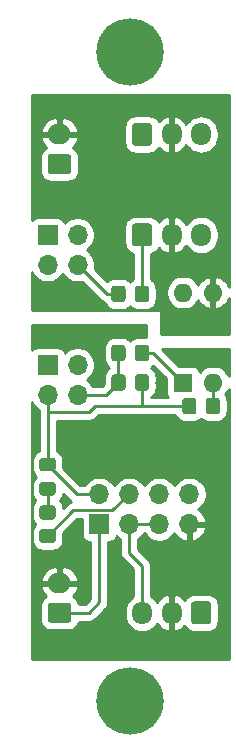
<source format=gtl>
G04 #@! TF.GenerationSoftware,KiCad,Pcbnew,5.1.9+dfsg1-1*
G04 #@! TF.CreationDate,2022-11-10T16:03:50+09:00*
G04 #@! TF.ProjectId,din-photocoupler,64696e2d-7068-46f7-946f-636f75706c65,rev?*
G04 #@! TF.SameCoordinates,Original*
G04 #@! TF.FileFunction,Copper,L1,Top*
G04 #@! TF.FilePolarity,Positive*
%FSLAX46Y46*%
G04 Gerber Fmt 4.6, Leading zero omitted, Abs format (unit mm)*
G04 Created by KiCad (PCBNEW 5.1.9+dfsg1-1) date 2022-11-10 16:03:50*
%MOMM*%
%LPD*%
G01*
G04 APERTURE LIST*
G04 #@! TA.AperFunction,ComponentPad*
%ADD10C,5.700000*%
G04 #@! TD*
G04 #@! TA.AperFunction,ComponentPad*
%ADD11O,2.000000X1.700000*%
G04 #@! TD*
G04 #@! TA.AperFunction,ComponentPad*
%ADD12O,1.700000X1.950000*%
G04 #@! TD*
G04 #@! TA.AperFunction,ComponentPad*
%ADD13R,1.700000X1.700000*%
G04 #@! TD*
G04 #@! TA.AperFunction,ComponentPad*
%ADD14O,1.700000X1.700000*%
G04 #@! TD*
G04 #@! TA.AperFunction,ComponentPad*
%ADD15R,1.600000X1.600000*%
G04 #@! TD*
G04 #@! TA.AperFunction,ComponentPad*
%ADD16O,1.600000X1.600000*%
G04 #@! TD*
G04 #@! TA.AperFunction,ViaPad*
%ADD17C,0.800000*%
G04 #@! TD*
G04 #@! TA.AperFunction,Conductor*
%ADD18C,0.250000*%
G04 #@! TD*
G04 #@! TA.AperFunction,Conductor*
%ADD19C,0.254000*%
G04 #@! TD*
G04 #@! TA.AperFunction,Conductor*
%ADD20C,0.100000*%
G04 #@! TD*
G04 APERTURE END LIST*
D10*
X155000000Y-115000000D03*
X155000000Y-60000000D03*
G04 #@! TA.AperFunction,SMDPad,CuDef*
G36*
G01*
X148450001Y-97575000D02*
X147549999Y-97575000D01*
G75*
G02*
X147300000Y-97325001I0J249999D01*
G01*
X147300000Y-96674999D01*
G75*
G02*
X147549999Y-96425000I249999J0D01*
G01*
X148450001Y-96425000D01*
G75*
G02*
X148700000Y-96674999I0J-249999D01*
G01*
X148700000Y-97325001D01*
G75*
G02*
X148450001Y-97575000I-249999J0D01*
G01*
G37*
G04 #@! TD.AperFunction*
G04 #@! TA.AperFunction,SMDPad,CuDef*
G36*
G01*
X148450001Y-95525000D02*
X147549999Y-95525000D01*
G75*
G02*
X147300000Y-95275001I0J249999D01*
G01*
X147300000Y-94624999D01*
G75*
G02*
X147549999Y-94375000I249999J0D01*
G01*
X148450001Y-94375000D01*
G75*
G02*
X148700000Y-94624999I0J-249999D01*
G01*
X148700000Y-95275001D01*
G75*
G02*
X148450001Y-95525000I-249999J0D01*
G01*
G37*
G04 #@! TD.AperFunction*
G04 #@! TA.AperFunction,ComponentPad*
G36*
G01*
X149750000Y-108350000D02*
X148250000Y-108350000D01*
G75*
G02*
X148000000Y-108100000I0J250000D01*
G01*
X148000000Y-106900000D01*
G75*
G02*
X148250000Y-106650000I250000J0D01*
G01*
X149750000Y-106650000D01*
G75*
G02*
X150000000Y-106900000I0J-250000D01*
G01*
X150000000Y-108100000D01*
G75*
G02*
X149750000Y-108350000I-250000J0D01*
G01*
G37*
G04 #@! TD.AperFunction*
D11*
X149000000Y-105000000D03*
D12*
X156000000Y-107500000D03*
X158500000Y-107500000D03*
G04 #@! TA.AperFunction,ComponentPad*
G36*
G01*
X161850000Y-106775000D02*
X161850000Y-108225000D01*
G75*
G02*
X161600000Y-108475000I-250000J0D01*
G01*
X160400000Y-108475000D01*
G75*
G02*
X160150000Y-108225000I0J250000D01*
G01*
X160150000Y-106775000D01*
G75*
G02*
X160400000Y-106525000I250000J0D01*
G01*
X161600000Y-106525000D01*
G75*
G02*
X161850000Y-106775000I0J-250000D01*
G01*
G37*
G04 #@! TD.AperFunction*
D13*
X152380000Y-100000000D03*
D14*
X152380000Y-97460000D03*
X154920000Y-100000000D03*
X154920000Y-97460000D03*
X157460000Y-100000000D03*
X157460000Y-97460000D03*
X160000000Y-100000000D03*
X160000000Y-97460000D03*
D13*
X148000000Y-86500000D03*
D14*
X150540000Y-86500000D03*
X148000000Y-89040000D03*
X150540000Y-89040000D03*
X150540000Y-78040000D03*
X148000000Y-78040000D03*
X150540000Y-75500000D03*
D13*
X148000000Y-75500000D03*
D11*
X149000000Y-67000000D03*
G04 #@! TA.AperFunction,ComponentPad*
G36*
G01*
X149750000Y-70350000D02*
X148250000Y-70350000D01*
G75*
G02*
X148000000Y-70100000I0J250000D01*
G01*
X148000000Y-68900000D01*
G75*
G02*
X148250000Y-68650000I250000J0D01*
G01*
X149750000Y-68650000D01*
G75*
G02*
X150000000Y-68900000I0J-250000D01*
G01*
X150000000Y-70100000D01*
G75*
G02*
X149750000Y-70350000I-250000J0D01*
G01*
G37*
G04 #@! TD.AperFunction*
G04 #@! TA.AperFunction,ComponentPad*
G36*
G01*
X155150000Y-67725000D02*
X155150000Y-66275000D01*
G75*
G02*
X155400000Y-66025000I250000J0D01*
G01*
X156600000Y-66025000D01*
G75*
G02*
X156850000Y-66275000I0J-250000D01*
G01*
X156850000Y-67725000D01*
G75*
G02*
X156600000Y-67975000I-250000J0D01*
G01*
X155400000Y-67975000D01*
G75*
G02*
X155150000Y-67725000I0J250000D01*
G01*
G37*
G04 #@! TD.AperFunction*
D12*
X158500000Y-67000000D03*
X161000000Y-67000000D03*
G04 #@! TA.AperFunction,SMDPad,CuDef*
G36*
G01*
X160600000Y-89549999D02*
X160600000Y-90450001D01*
G75*
G02*
X160350001Y-90700000I-249999J0D01*
G01*
X159649999Y-90700000D01*
G75*
G02*
X159400000Y-90450001I0J249999D01*
G01*
X159400000Y-89549999D01*
G75*
G02*
X159649999Y-89300000I249999J0D01*
G01*
X160350001Y-89300000D01*
G75*
G02*
X160600000Y-89549999I0J-249999D01*
G01*
G37*
G04 #@! TD.AperFunction*
G04 #@! TA.AperFunction,SMDPad,CuDef*
G36*
G01*
X162600000Y-89549999D02*
X162600000Y-90450001D01*
G75*
G02*
X162350001Y-90700000I-249999J0D01*
G01*
X161649999Y-90700000D01*
G75*
G02*
X161400000Y-90450001I0J249999D01*
G01*
X161400000Y-89549999D01*
G75*
G02*
X161649999Y-89300000I249999J0D01*
G01*
X162350001Y-89300000D01*
G75*
G02*
X162600000Y-89549999I0J-249999D01*
G01*
G37*
G04 #@! TD.AperFunction*
G04 #@! TA.AperFunction,SMDPad,CuDef*
G36*
G01*
X148450001Y-101600000D02*
X147549999Y-101600000D01*
G75*
G02*
X147300000Y-101350001I0J249999D01*
G01*
X147300000Y-100649999D01*
G75*
G02*
X147549999Y-100400000I249999J0D01*
G01*
X148450001Y-100400000D01*
G75*
G02*
X148700000Y-100649999I0J-249999D01*
G01*
X148700000Y-101350001D01*
G75*
G02*
X148450001Y-101600000I-249999J0D01*
G01*
G37*
G04 #@! TD.AperFunction*
G04 #@! TA.AperFunction,SMDPad,CuDef*
G36*
G01*
X148450001Y-99600000D02*
X147549999Y-99600000D01*
G75*
G02*
X147300000Y-99350001I0J249999D01*
G01*
X147300000Y-98649999D01*
G75*
G02*
X147549999Y-98400000I249999J0D01*
G01*
X148450001Y-98400000D01*
G75*
G02*
X148700000Y-98649999I0J-249999D01*
G01*
X148700000Y-99350001D01*
G75*
G02*
X148450001Y-99600000I-249999J0D01*
G01*
G37*
G04 #@! TD.AperFunction*
G04 #@! TA.AperFunction,SMDPad,CuDef*
G36*
G01*
X154600000Y-87549999D02*
X154600000Y-88450001D01*
G75*
G02*
X154350001Y-88700000I-249999J0D01*
G01*
X153649999Y-88700000D01*
G75*
G02*
X153400000Y-88450001I0J249999D01*
G01*
X153400000Y-87549999D01*
G75*
G02*
X153649999Y-87300000I249999J0D01*
G01*
X154350001Y-87300000D01*
G75*
G02*
X154600000Y-87549999I0J-249999D01*
G01*
G37*
G04 #@! TD.AperFunction*
G04 #@! TA.AperFunction,SMDPad,CuDef*
G36*
G01*
X156600000Y-87549999D02*
X156600000Y-88450001D01*
G75*
G02*
X156350001Y-88700000I-249999J0D01*
G01*
X155649999Y-88700000D01*
G75*
G02*
X155400000Y-88450001I0J249999D01*
G01*
X155400000Y-87549999D01*
G75*
G02*
X155649999Y-87300000I249999J0D01*
G01*
X156350001Y-87300000D01*
G75*
G02*
X156600000Y-87549999I0J-249999D01*
G01*
G37*
G04 #@! TD.AperFunction*
G04 #@! TA.AperFunction,SMDPad,CuDef*
G36*
G01*
X156600000Y-85049999D02*
X156600000Y-85950001D01*
G75*
G02*
X156350001Y-86200000I-249999J0D01*
G01*
X155649999Y-86200000D01*
G75*
G02*
X155400000Y-85950001I0J249999D01*
G01*
X155400000Y-85049999D01*
G75*
G02*
X155649999Y-84800000I249999J0D01*
G01*
X156350001Y-84800000D01*
G75*
G02*
X156600000Y-85049999I0J-249999D01*
G01*
G37*
G04 #@! TD.AperFunction*
G04 #@! TA.AperFunction,SMDPad,CuDef*
G36*
G01*
X154600000Y-85049999D02*
X154600000Y-85950001D01*
G75*
G02*
X154350001Y-86200000I-249999J0D01*
G01*
X153649999Y-86200000D01*
G75*
G02*
X153400000Y-85950001I0J249999D01*
G01*
X153400000Y-85049999D01*
G75*
G02*
X153649999Y-84800000I249999J0D01*
G01*
X154350001Y-84800000D01*
G75*
G02*
X154600000Y-85049999I0J-249999D01*
G01*
G37*
G04 #@! TD.AperFunction*
G04 #@! TA.AperFunction,SMDPad,CuDef*
G36*
G01*
X153400000Y-80950001D02*
X153400000Y-80049999D01*
G75*
G02*
X153649999Y-79800000I249999J0D01*
G01*
X154350001Y-79800000D01*
G75*
G02*
X154600000Y-80049999I0J-249999D01*
G01*
X154600000Y-80950001D01*
G75*
G02*
X154350001Y-81200000I-249999J0D01*
G01*
X153649999Y-81200000D01*
G75*
G02*
X153400000Y-80950001I0J249999D01*
G01*
G37*
G04 #@! TD.AperFunction*
G04 #@! TA.AperFunction,SMDPad,CuDef*
G36*
G01*
X155400000Y-80950001D02*
X155400000Y-80049999D01*
G75*
G02*
X155649999Y-79800000I249999J0D01*
G01*
X156350001Y-79800000D01*
G75*
G02*
X156600000Y-80049999I0J-249999D01*
G01*
X156600000Y-80950001D01*
G75*
G02*
X156350001Y-81200000I-249999J0D01*
G01*
X155649999Y-81200000D01*
G75*
G02*
X155400000Y-80950001I0J249999D01*
G01*
G37*
G04 #@! TD.AperFunction*
D15*
X159460000Y-88000000D03*
D16*
X162000000Y-80380000D03*
X162000000Y-88000000D03*
X159460000Y-80380000D03*
G04 #@! TA.AperFunction,ComponentPad*
G36*
G01*
X155150000Y-76225000D02*
X155150000Y-74775000D01*
G75*
G02*
X155400000Y-74525000I250000J0D01*
G01*
X156600000Y-74525000D01*
G75*
G02*
X156850000Y-74775000I0J-250000D01*
G01*
X156850000Y-76225000D01*
G75*
G02*
X156600000Y-76475000I-250000J0D01*
G01*
X155400000Y-76475000D01*
G75*
G02*
X155150000Y-76225000I0J250000D01*
G01*
G37*
G04 #@! TD.AperFunction*
D12*
X158500000Y-75500000D03*
X161000000Y-75500000D03*
D17*
X149500000Y-98000000D03*
X147000000Y-84000000D03*
X161000000Y-86000000D03*
X157500000Y-88000000D03*
D18*
X148000000Y-97000000D02*
X148000000Y-99000000D01*
X148000000Y-94950000D02*
X148000000Y-95000000D01*
X150460000Y-97460000D02*
X152380000Y-97460000D01*
X148000000Y-95000000D02*
X150460000Y-97460000D01*
X148000000Y-94950000D02*
X148000000Y-90500000D01*
X148000000Y-90500000D02*
X148000000Y-89040000D01*
X158000000Y-90000000D02*
X160000000Y-90000000D01*
X152000000Y-90000000D02*
X151500000Y-90500000D01*
X151500000Y-90500000D02*
X148000000Y-90500000D01*
X156000000Y-88000000D02*
X156000000Y-90000000D01*
X156000000Y-90000000D02*
X152000000Y-90000000D01*
X158000000Y-90000000D02*
X156000000Y-90000000D01*
X156960000Y-85500000D02*
X159460000Y-88000000D01*
X156000000Y-85500000D02*
X156960000Y-85500000D01*
X152380000Y-100000000D02*
X152380000Y-106620000D01*
X151500000Y-107500000D02*
X149000000Y-107500000D01*
X152380000Y-106620000D02*
X151500000Y-107500000D01*
X154920000Y-100000000D02*
X157460000Y-100000000D01*
X154920000Y-100000000D02*
X154920000Y-102420000D01*
X156000000Y-103500000D02*
X156000000Y-107500000D01*
X154920000Y-102420000D02*
X156000000Y-103500000D01*
X162000000Y-88160000D02*
X162040000Y-88120000D01*
X148000000Y-101000000D02*
X150175001Y-98824999D01*
X154855000Y-97460000D02*
X154920000Y-97460000D01*
X153490001Y-98824999D02*
X154855000Y-97460000D01*
X150175001Y-98824999D02*
X153490001Y-98824999D01*
X162000000Y-90000000D02*
X162000000Y-88000000D01*
X152960000Y-89040000D02*
X154000000Y-88000000D01*
X150540000Y-89040000D02*
X152960000Y-89040000D01*
X154000000Y-88000000D02*
X154000000Y-85500000D01*
X153000000Y-80500000D02*
X154000000Y-80500000D01*
X150540000Y-78040000D02*
X153000000Y-80500000D01*
X156000000Y-80500000D02*
X156000000Y-75500000D01*
D19*
X163340000Y-79886003D02*
X163297070Y-79766119D01*
X163152385Y-79524869D01*
X162963414Y-79316481D01*
X162737420Y-79148963D01*
X162483087Y-79028754D01*
X162349039Y-78988096D01*
X162127000Y-79110085D01*
X162127000Y-80253000D01*
X162147000Y-80253000D01*
X162147000Y-80507000D01*
X162127000Y-80507000D01*
X162127000Y-81649915D01*
X162349039Y-81771904D01*
X162483087Y-81731246D01*
X162737420Y-81611037D01*
X162963414Y-81443519D01*
X163152385Y-81235131D01*
X163297070Y-80993881D01*
X163340000Y-80873997D01*
X163340000Y-83873000D01*
X157627000Y-83873000D01*
X157627000Y-82000000D01*
X157624560Y-81975224D01*
X157617333Y-81951399D01*
X157605597Y-81929443D01*
X157589803Y-81910197D01*
X157570557Y-81894403D01*
X157548601Y-81882667D01*
X157524776Y-81875440D01*
X157500000Y-81873000D01*
X146660000Y-81873000D01*
X146660000Y-78685445D01*
X146684010Y-78743411D01*
X146846525Y-78986632D01*
X147053368Y-79193475D01*
X147296589Y-79355990D01*
X147566842Y-79467932D01*
X147853740Y-79525000D01*
X148146260Y-79525000D01*
X148433158Y-79467932D01*
X148703411Y-79355990D01*
X148946632Y-79193475D01*
X149153475Y-78986632D01*
X149270000Y-78812240D01*
X149386525Y-78986632D01*
X149593368Y-79193475D01*
X149836589Y-79355990D01*
X150106842Y-79467932D01*
X150393740Y-79525000D01*
X150686260Y-79525000D01*
X150906408Y-79481209D01*
X152436201Y-81011003D01*
X152459999Y-81040001D01*
X152575724Y-81134974D01*
X152707753Y-81205546D01*
X152813704Y-81237685D01*
X152829528Y-81289851D01*
X152911595Y-81443387D01*
X153022038Y-81577962D01*
X153156613Y-81688405D01*
X153310149Y-81770472D01*
X153476745Y-81821008D01*
X153649999Y-81838072D01*
X154350001Y-81838072D01*
X154523255Y-81821008D01*
X154689851Y-81770472D01*
X154843387Y-81688405D01*
X154977962Y-81577962D01*
X155000000Y-81551109D01*
X155022038Y-81577962D01*
X155156613Y-81688405D01*
X155310149Y-81770472D01*
X155476745Y-81821008D01*
X155649999Y-81838072D01*
X156350001Y-81838072D01*
X156523255Y-81821008D01*
X156689851Y-81770472D01*
X156843387Y-81688405D01*
X156977962Y-81577962D01*
X157088405Y-81443387D01*
X157170472Y-81289851D01*
X157221008Y-81123255D01*
X157238072Y-80950001D01*
X157238072Y-80238665D01*
X158025000Y-80238665D01*
X158025000Y-80521335D01*
X158080147Y-80798574D01*
X158188320Y-81059727D01*
X158345363Y-81294759D01*
X158545241Y-81494637D01*
X158780273Y-81651680D01*
X159041426Y-81759853D01*
X159318665Y-81815000D01*
X159601335Y-81815000D01*
X159878574Y-81759853D01*
X160139727Y-81651680D01*
X160374759Y-81494637D01*
X160574637Y-81294759D01*
X160731680Y-81059727D01*
X160736067Y-81049135D01*
X160847615Y-81235131D01*
X161036586Y-81443519D01*
X161262580Y-81611037D01*
X161516913Y-81731246D01*
X161650961Y-81771904D01*
X161873000Y-81649915D01*
X161873000Y-80507000D01*
X161853000Y-80507000D01*
X161853000Y-80253000D01*
X161873000Y-80253000D01*
X161873000Y-79110085D01*
X161650961Y-78988096D01*
X161516913Y-79028754D01*
X161262580Y-79148963D01*
X161036586Y-79316481D01*
X160847615Y-79524869D01*
X160736067Y-79710865D01*
X160731680Y-79700273D01*
X160574637Y-79465241D01*
X160374759Y-79265363D01*
X160139727Y-79108320D01*
X159878574Y-79000147D01*
X159601335Y-78945000D01*
X159318665Y-78945000D01*
X159041426Y-79000147D01*
X158780273Y-79108320D01*
X158545241Y-79265363D01*
X158345363Y-79465241D01*
X158188320Y-79700273D01*
X158080147Y-79961426D01*
X158025000Y-80238665D01*
X157238072Y-80238665D01*
X157238072Y-80049999D01*
X157221008Y-79876745D01*
X157170472Y-79710149D01*
X157088405Y-79556613D01*
X156977962Y-79422038D01*
X156843387Y-79311595D01*
X156760000Y-79267024D01*
X156760000Y-77097313D01*
X156773254Y-77096008D01*
X156939850Y-77045472D01*
X157093386Y-76963405D01*
X157227962Y-76852962D01*
X157338405Y-76718386D01*
X157394714Y-76613039D01*
X157410951Y-76634429D01*
X157628807Y-76827496D01*
X157880142Y-76974352D01*
X158143110Y-77066476D01*
X158373000Y-76945155D01*
X158373000Y-75627000D01*
X158353000Y-75627000D01*
X158353000Y-75373000D01*
X158373000Y-75373000D01*
X158373000Y-74054845D01*
X158627000Y-74054845D01*
X158627000Y-75373000D01*
X158647000Y-75373000D01*
X158647000Y-75627000D01*
X158627000Y-75627000D01*
X158627000Y-76945155D01*
X158856890Y-77066476D01*
X159119858Y-76974352D01*
X159371193Y-76827496D01*
X159589049Y-76634429D01*
X159745538Y-76428278D01*
X159759294Y-76454014D01*
X159944866Y-76680134D01*
X160170987Y-76865706D01*
X160428967Y-77003599D01*
X160708890Y-77088513D01*
X161000000Y-77117185D01*
X161291111Y-77088513D01*
X161571034Y-77003599D01*
X161829014Y-76865706D01*
X162055134Y-76680134D01*
X162240706Y-76454014D01*
X162378599Y-76196033D01*
X162463513Y-75916110D01*
X162485000Y-75697949D01*
X162485000Y-75302050D01*
X162463513Y-75083889D01*
X162378599Y-74803966D01*
X162240706Y-74545986D01*
X162055134Y-74319866D01*
X161829013Y-74134294D01*
X161571033Y-73996401D01*
X161291110Y-73911487D01*
X161000000Y-73882815D01*
X160708889Y-73911487D01*
X160428966Y-73996401D01*
X160170986Y-74134294D01*
X159944866Y-74319866D01*
X159759294Y-74545987D01*
X159745538Y-74571722D01*
X159589049Y-74365571D01*
X159371193Y-74172504D01*
X159119858Y-74025648D01*
X158856890Y-73933524D01*
X158627000Y-74054845D01*
X158373000Y-74054845D01*
X158143110Y-73933524D01*
X157880142Y-74025648D01*
X157628807Y-74172504D01*
X157410951Y-74365571D01*
X157394714Y-74386961D01*
X157338405Y-74281614D01*
X157227962Y-74147038D01*
X157093386Y-74036595D01*
X156939850Y-73954528D01*
X156773254Y-73903992D01*
X156600000Y-73886928D01*
X155400000Y-73886928D01*
X155226746Y-73903992D01*
X155060150Y-73954528D01*
X154906614Y-74036595D01*
X154772038Y-74147038D01*
X154661595Y-74281614D01*
X154579528Y-74435150D01*
X154528992Y-74601746D01*
X154511928Y-74775000D01*
X154511928Y-76225000D01*
X154528992Y-76398254D01*
X154579528Y-76564850D01*
X154661595Y-76718386D01*
X154772038Y-76852962D01*
X154906614Y-76963405D01*
X155060150Y-77045472D01*
X155226746Y-77096008D01*
X155240001Y-77097313D01*
X155240000Y-79267023D01*
X155156613Y-79311595D01*
X155022038Y-79422038D01*
X155000000Y-79448891D01*
X154977962Y-79422038D01*
X154843387Y-79311595D01*
X154689851Y-79229528D01*
X154523255Y-79178992D01*
X154350001Y-79161928D01*
X153649999Y-79161928D01*
X153476745Y-79178992D01*
X153310149Y-79229528D01*
X153156613Y-79311595D01*
X153022038Y-79422038D01*
X153010680Y-79435878D01*
X151981209Y-78406408D01*
X152025000Y-78186260D01*
X152025000Y-77893740D01*
X151967932Y-77606842D01*
X151855990Y-77336589D01*
X151693475Y-77093368D01*
X151486632Y-76886525D01*
X151312240Y-76770000D01*
X151486632Y-76653475D01*
X151693475Y-76446632D01*
X151855990Y-76203411D01*
X151967932Y-75933158D01*
X152025000Y-75646260D01*
X152025000Y-75353740D01*
X151967932Y-75066842D01*
X151855990Y-74796589D01*
X151693475Y-74553368D01*
X151486632Y-74346525D01*
X151243411Y-74184010D01*
X150973158Y-74072068D01*
X150686260Y-74015000D01*
X150393740Y-74015000D01*
X150106842Y-74072068D01*
X149836589Y-74184010D01*
X149593368Y-74346525D01*
X149461513Y-74478380D01*
X149439502Y-74405820D01*
X149380537Y-74295506D01*
X149301185Y-74198815D01*
X149204494Y-74119463D01*
X149094180Y-74060498D01*
X148974482Y-74024188D01*
X148850000Y-74011928D01*
X147150000Y-74011928D01*
X147025518Y-74024188D01*
X146905820Y-74060498D01*
X146795506Y-74119463D01*
X146698815Y-74198815D01*
X146660000Y-74246111D01*
X146660000Y-68900000D01*
X147361928Y-68900000D01*
X147361928Y-70100000D01*
X147378992Y-70273254D01*
X147429528Y-70439850D01*
X147511595Y-70593386D01*
X147622038Y-70727962D01*
X147756614Y-70838405D01*
X147910150Y-70920472D01*
X148076746Y-70971008D01*
X148250000Y-70988072D01*
X149750000Y-70988072D01*
X149923254Y-70971008D01*
X150089850Y-70920472D01*
X150243386Y-70838405D01*
X150377962Y-70727962D01*
X150488405Y-70593386D01*
X150570472Y-70439850D01*
X150621008Y-70273254D01*
X150638072Y-70100000D01*
X150638072Y-68900000D01*
X150621008Y-68726746D01*
X150570472Y-68560150D01*
X150488405Y-68406614D01*
X150377962Y-68272038D01*
X150243386Y-68161595D01*
X150141407Y-68107086D01*
X150141795Y-68106802D01*
X150338664Y-67892046D01*
X150489854Y-67643009D01*
X150589554Y-67369261D01*
X150591476Y-67356890D01*
X150470155Y-67127000D01*
X149127000Y-67127000D01*
X149127000Y-67147000D01*
X148873000Y-67147000D01*
X148873000Y-67127000D01*
X147529845Y-67127000D01*
X147408524Y-67356890D01*
X147410446Y-67369261D01*
X147510146Y-67643009D01*
X147661336Y-67892046D01*
X147858205Y-68106802D01*
X147858593Y-68107086D01*
X147756614Y-68161595D01*
X147622038Y-68272038D01*
X147511595Y-68406614D01*
X147429528Y-68560150D01*
X147378992Y-68726746D01*
X147361928Y-68900000D01*
X146660000Y-68900000D01*
X146660000Y-66643110D01*
X147408524Y-66643110D01*
X147529845Y-66873000D01*
X148873000Y-66873000D01*
X148873000Y-65672768D01*
X149127000Y-65672768D01*
X149127000Y-66873000D01*
X150470155Y-66873000D01*
X150591476Y-66643110D01*
X150589554Y-66630739D01*
X150489854Y-66356991D01*
X150440078Y-66275000D01*
X154511928Y-66275000D01*
X154511928Y-67725000D01*
X154528992Y-67898254D01*
X154579528Y-68064850D01*
X154661595Y-68218386D01*
X154772038Y-68352962D01*
X154906614Y-68463405D01*
X155060150Y-68545472D01*
X155226746Y-68596008D01*
X155400000Y-68613072D01*
X156600000Y-68613072D01*
X156773254Y-68596008D01*
X156939850Y-68545472D01*
X157093386Y-68463405D01*
X157227962Y-68352962D01*
X157338405Y-68218386D01*
X157394714Y-68113039D01*
X157410951Y-68134429D01*
X157628807Y-68327496D01*
X157880142Y-68474352D01*
X158143110Y-68566476D01*
X158373000Y-68445155D01*
X158373000Y-67127000D01*
X158353000Y-67127000D01*
X158353000Y-66873000D01*
X158373000Y-66873000D01*
X158373000Y-65554845D01*
X158627000Y-65554845D01*
X158627000Y-66873000D01*
X158647000Y-66873000D01*
X158647000Y-67127000D01*
X158627000Y-67127000D01*
X158627000Y-68445155D01*
X158856890Y-68566476D01*
X159119858Y-68474352D01*
X159371193Y-68327496D01*
X159589049Y-68134429D01*
X159745538Y-67928278D01*
X159759294Y-67954014D01*
X159944866Y-68180134D01*
X160170987Y-68365706D01*
X160428967Y-68503599D01*
X160708890Y-68588513D01*
X161000000Y-68617185D01*
X161291111Y-68588513D01*
X161571034Y-68503599D01*
X161829014Y-68365706D01*
X162055134Y-68180134D01*
X162240706Y-67954014D01*
X162378599Y-67696033D01*
X162463513Y-67416110D01*
X162485000Y-67197949D01*
X162485000Y-66802050D01*
X162463513Y-66583889D01*
X162378599Y-66303966D01*
X162240706Y-66045986D01*
X162055134Y-65819866D01*
X161829013Y-65634294D01*
X161571033Y-65496401D01*
X161291110Y-65411487D01*
X161000000Y-65382815D01*
X160708889Y-65411487D01*
X160428966Y-65496401D01*
X160170986Y-65634294D01*
X159944866Y-65819866D01*
X159759294Y-66045987D01*
X159745538Y-66071722D01*
X159589049Y-65865571D01*
X159371193Y-65672504D01*
X159119858Y-65525648D01*
X158856890Y-65433524D01*
X158627000Y-65554845D01*
X158373000Y-65554845D01*
X158143110Y-65433524D01*
X157880142Y-65525648D01*
X157628807Y-65672504D01*
X157410951Y-65865571D01*
X157394714Y-65886961D01*
X157338405Y-65781614D01*
X157227962Y-65647038D01*
X157093386Y-65536595D01*
X156939850Y-65454528D01*
X156773254Y-65403992D01*
X156600000Y-65386928D01*
X155400000Y-65386928D01*
X155226746Y-65403992D01*
X155060150Y-65454528D01*
X154906614Y-65536595D01*
X154772038Y-65647038D01*
X154661595Y-65781614D01*
X154579528Y-65935150D01*
X154528992Y-66101746D01*
X154511928Y-66275000D01*
X150440078Y-66275000D01*
X150338664Y-66107954D01*
X150141795Y-65893198D01*
X149906812Y-65720975D01*
X149642745Y-65597904D01*
X149359742Y-65528715D01*
X149127000Y-65672768D01*
X148873000Y-65672768D01*
X148640258Y-65528715D01*
X148357255Y-65597904D01*
X148093188Y-65720975D01*
X147858205Y-65893198D01*
X147661336Y-66107954D01*
X147510146Y-66356991D01*
X147410446Y-66630739D01*
X147408524Y-66643110D01*
X146660000Y-66643110D01*
X146660000Y-63627000D01*
X163340000Y-63627000D01*
X163340000Y-79886003D01*
G04 #@! TA.AperFunction,Conductor*
D20*
G36*
X163340000Y-79886003D02*
G01*
X163297070Y-79766119D01*
X163152385Y-79524869D01*
X162963414Y-79316481D01*
X162737420Y-79148963D01*
X162483087Y-79028754D01*
X162349039Y-78988096D01*
X162127000Y-79110085D01*
X162127000Y-80253000D01*
X162147000Y-80253000D01*
X162147000Y-80507000D01*
X162127000Y-80507000D01*
X162127000Y-81649915D01*
X162349039Y-81771904D01*
X162483087Y-81731246D01*
X162737420Y-81611037D01*
X162963414Y-81443519D01*
X163152385Y-81235131D01*
X163297070Y-80993881D01*
X163340000Y-80873997D01*
X163340000Y-83873000D01*
X157627000Y-83873000D01*
X157627000Y-82000000D01*
X157624560Y-81975224D01*
X157617333Y-81951399D01*
X157605597Y-81929443D01*
X157589803Y-81910197D01*
X157570557Y-81894403D01*
X157548601Y-81882667D01*
X157524776Y-81875440D01*
X157500000Y-81873000D01*
X146660000Y-81873000D01*
X146660000Y-78685445D01*
X146684010Y-78743411D01*
X146846525Y-78986632D01*
X147053368Y-79193475D01*
X147296589Y-79355990D01*
X147566842Y-79467932D01*
X147853740Y-79525000D01*
X148146260Y-79525000D01*
X148433158Y-79467932D01*
X148703411Y-79355990D01*
X148946632Y-79193475D01*
X149153475Y-78986632D01*
X149270000Y-78812240D01*
X149386525Y-78986632D01*
X149593368Y-79193475D01*
X149836589Y-79355990D01*
X150106842Y-79467932D01*
X150393740Y-79525000D01*
X150686260Y-79525000D01*
X150906408Y-79481209D01*
X152436201Y-81011003D01*
X152459999Y-81040001D01*
X152575724Y-81134974D01*
X152707753Y-81205546D01*
X152813704Y-81237685D01*
X152829528Y-81289851D01*
X152911595Y-81443387D01*
X153022038Y-81577962D01*
X153156613Y-81688405D01*
X153310149Y-81770472D01*
X153476745Y-81821008D01*
X153649999Y-81838072D01*
X154350001Y-81838072D01*
X154523255Y-81821008D01*
X154689851Y-81770472D01*
X154843387Y-81688405D01*
X154977962Y-81577962D01*
X155000000Y-81551109D01*
X155022038Y-81577962D01*
X155156613Y-81688405D01*
X155310149Y-81770472D01*
X155476745Y-81821008D01*
X155649999Y-81838072D01*
X156350001Y-81838072D01*
X156523255Y-81821008D01*
X156689851Y-81770472D01*
X156843387Y-81688405D01*
X156977962Y-81577962D01*
X157088405Y-81443387D01*
X157170472Y-81289851D01*
X157221008Y-81123255D01*
X157238072Y-80950001D01*
X157238072Y-80238665D01*
X158025000Y-80238665D01*
X158025000Y-80521335D01*
X158080147Y-80798574D01*
X158188320Y-81059727D01*
X158345363Y-81294759D01*
X158545241Y-81494637D01*
X158780273Y-81651680D01*
X159041426Y-81759853D01*
X159318665Y-81815000D01*
X159601335Y-81815000D01*
X159878574Y-81759853D01*
X160139727Y-81651680D01*
X160374759Y-81494637D01*
X160574637Y-81294759D01*
X160731680Y-81059727D01*
X160736067Y-81049135D01*
X160847615Y-81235131D01*
X161036586Y-81443519D01*
X161262580Y-81611037D01*
X161516913Y-81731246D01*
X161650961Y-81771904D01*
X161873000Y-81649915D01*
X161873000Y-80507000D01*
X161853000Y-80507000D01*
X161853000Y-80253000D01*
X161873000Y-80253000D01*
X161873000Y-79110085D01*
X161650961Y-78988096D01*
X161516913Y-79028754D01*
X161262580Y-79148963D01*
X161036586Y-79316481D01*
X160847615Y-79524869D01*
X160736067Y-79710865D01*
X160731680Y-79700273D01*
X160574637Y-79465241D01*
X160374759Y-79265363D01*
X160139727Y-79108320D01*
X159878574Y-79000147D01*
X159601335Y-78945000D01*
X159318665Y-78945000D01*
X159041426Y-79000147D01*
X158780273Y-79108320D01*
X158545241Y-79265363D01*
X158345363Y-79465241D01*
X158188320Y-79700273D01*
X158080147Y-79961426D01*
X158025000Y-80238665D01*
X157238072Y-80238665D01*
X157238072Y-80049999D01*
X157221008Y-79876745D01*
X157170472Y-79710149D01*
X157088405Y-79556613D01*
X156977962Y-79422038D01*
X156843387Y-79311595D01*
X156760000Y-79267024D01*
X156760000Y-77097313D01*
X156773254Y-77096008D01*
X156939850Y-77045472D01*
X157093386Y-76963405D01*
X157227962Y-76852962D01*
X157338405Y-76718386D01*
X157394714Y-76613039D01*
X157410951Y-76634429D01*
X157628807Y-76827496D01*
X157880142Y-76974352D01*
X158143110Y-77066476D01*
X158373000Y-76945155D01*
X158373000Y-75627000D01*
X158353000Y-75627000D01*
X158353000Y-75373000D01*
X158373000Y-75373000D01*
X158373000Y-74054845D01*
X158627000Y-74054845D01*
X158627000Y-75373000D01*
X158647000Y-75373000D01*
X158647000Y-75627000D01*
X158627000Y-75627000D01*
X158627000Y-76945155D01*
X158856890Y-77066476D01*
X159119858Y-76974352D01*
X159371193Y-76827496D01*
X159589049Y-76634429D01*
X159745538Y-76428278D01*
X159759294Y-76454014D01*
X159944866Y-76680134D01*
X160170987Y-76865706D01*
X160428967Y-77003599D01*
X160708890Y-77088513D01*
X161000000Y-77117185D01*
X161291111Y-77088513D01*
X161571034Y-77003599D01*
X161829014Y-76865706D01*
X162055134Y-76680134D01*
X162240706Y-76454014D01*
X162378599Y-76196033D01*
X162463513Y-75916110D01*
X162485000Y-75697949D01*
X162485000Y-75302050D01*
X162463513Y-75083889D01*
X162378599Y-74803966D01*
X162240706Y-74545986D01*
X162055134Y-74319866D01*
X161829013Y-74134294D01*
X161571033Y-73996401D01*
X161291110Y-73911487D01*
X161000000Y-73882815D01*
X160708889Y-73911487D01*
X160428966Y-73996401D01*
X160170986Y-74134294D01*
X159944866Y-74319866D01*
X159759294Y-74545987D01*
X159745538Y-74571722D01*
X159589049Y-74365571D01*
X159371193Y-74172504D01*
X159119858Y-74025648D01*
X158856890Y-73933524D01*
X158627000Y-74054845D01*
X158373000Y-74054845D01*
X158143110Y-73933524D01*
X157880142Y-74025648D01*
X157628807Y-74172504D01*
X157410951Y-74365571D01*
X157394714Y-74386961D01*
X157338405Y-74281614D01*
X157227962Y-74147038D01*
X157093386Y-74036595D01*
X156939850Y-73954528D01*
X156773254Y-73903992D01*
X156600000Y-73886928D01*
X155400000Y-73886928D01*
X155226746Y-73903992D01*
X155060150Y-73954528D01*
X154906614Y-74036595D01*
X154772038Y-74147038D01*
X154661595Y-74281614D01*
X154579528Y-74435150D01*
X154528992Y-74601746D01*
X154511928Y-74775000D01*
X154511928Y-76225000D01*
X154528992Y-76398254D01*
X154579528Y-76564850D01*
X154661595Y-76718386D01*
X154772038Y-76852962D01*
X154906614Y-76963405D01*
X155060150Y-77045472D01*
X155226746Y-77096008D01*
X155240001Y-77097313D01*
X155240000Y-79267023D01*
X155156613Y-79311595D01*
X155022038Y-79422038D01*
X155000000Y-79448891D01*
X154977962Y-79422038D01*
X154843387Y-79311595D01*
X154689851Y-79229528D01*
X154523255Y-79178992D01*
X154350001Y-79161928D01*
X153649999Y-79161928D01*
X153476745Y-79178992D01*
X153310149Y-79229528D01*
X153156613Y-79311595D01*
X153022038Y-79422038D01*
X153010680Y-79435878D01*
X151981209Y-78406408D01*
X152025000Y-78186260D01*
X152025000Y-77893740D01*
X151967932Y-77606842D01*
X151855990Y-77336589D01*
X151693475Y-77093368D01*
X151486632Y-76886525D01*
X151312240Y-76770000D01*
X151486632Y-76653475D01*
X151693475Y-76446632D01*
X151855990Y-76203411D01*
X151967932Y-75933158D01*
X152025000Y-75646260D01*
X152025000Y-75353740D01*
X151967932Y-75066842D01*
X151855990Y-74796589D01*
X151693475Y-74553368D01*
X151486632Y-74346525D01*
X151243411Y-74184010D01*
X150973158Y-74072068D01*
X150686260Y-74015000D01*
X150393740Y-74015000D01*
X150106842Y-74072068D01*
X149836589Y-74184010D01*
X149593368Y-74346525D01*
X149461513Y-74478380D01*
X149439502Y-74405820D01*
X149380537Y-74295506D01*
X149301185Y-74198815D01*
X149204494Y-74119463D01*
X149094180Y-74060498D01*
X148974482Y-74024188D01*
X148850000Y-74011928D01*
X147150000Y-74011928D01*
X147025518Y-74024188D01*
X146905820Y-74060498D01*
X146795506Y-74119463D01*
X146698815Y-74198815D01*
X146660000Y-74246111D01*
X146660000Y-68900000D01*
X147361928Y-68900000D01*
X147361928Y-70100000D01*
X147378992Y-70273254D01*
X147429528Y-70439850D01*
X147511595Y-70593386D01*
X147622038Y-70727962D01*
X147756614Y-70838405D01*
X147910150Y-70920472D01*
X148076746Y-70971008D01*
X148250000Y-70988072D01*
X149750000Y-70988072D01*
X149923254Y-70971008D01*
X150089850Y-70920472D01*
X150243386Y-70838405D01*
X150377962Y-70727962D01*
X150488405Y-70593386D01*
X150570472Y-70439850D01*
X150621008Y-70273254D01*
X150638072Y-70100000D01*
X150638072Y-68900000D01*
X150621008Y-68726746D01*
X150570472Y-68560150D01*
X150488405Y-68406614D01*
X150377962Y-68272038D01*
X150243386Y-68161595D01*
X150141407Y-68107086D01*
X150141795Y-68106802D01*
X150338664Y-67892046D01*
X150489854Y-67643009D01*
X150589554Y-67369261D01*
X150591476Y-67356890D01*
X150470155Y-67127000D01*
X149127000Y-67127000D01*
X149127000Y-67147000D01*
X148873000Y-67147000D01*
X148873000Y-67127000D01*
X147529845Y-67127000D01*
X147408524Y-67356890D01*
X147410446Y-67369261D01*
X147510146Y-67643009D01*
X147661336Y-67892046D01*
X147858205Y-68106802D01*
X147858593Y-68107086D01*
X147756614Y-68161595D01*
X147622038Y-68272038D01*
X147511595Y-68406614D01*
X147429528Y-68560150D01*
X147378992Y-68726746D01*
X147361928Y-68900000D01*
X146660000Y-68900000D01*
X146660000Y-66643110D01*
X147408524Y-66643110D01*
X147529845Y-66873000D01*
X148873000Y-66873000D01*
X148873000Y-65672768D01*
X149127000Y-65672768D01*
X149127000Y-66873000D01*
X150470155Y-66873000D01*
X150591476Y-66643110D01*
X150589554Y-66630739D01*
X150489854Y-66356991D01*
X150440078Y-66275000D01*
X154511928Y-66275000D01*
X154511928Y-67725000D01*
X154528992Y-67898254D01*
X154579528Y-68064850D01*
X154661595Y-68218386D01*
X154772038Y-68352962D01*
X154906614Y-68463405D01*
X155060150Y-68545472D01*
X155226746Y-68596008D01*
X155400000Y-68613072D01*
X156600000Y-68613072D01*
X156773254Y-68596008D01*
X156939850Y-68545472D01*
X157093386Y-68463405D01*
X157227962Y-68352962D01*
X157338405Y-68218386D01*
X157394714Y-68113039D01*
X157410951Y-68134429D01*
X157628807Y-68327496D01*
X157880142Y-68474352D01*
X158143110Y-68566476D01*
X158373000Y-68445155D01*
X158373000Y-67127000D01*
X158353000Y-67127000D01*
X158353000Y-66873000D01*
X158373000Y-66873000D01*
X158373000Y-65554845D01*
X158627000Y-65554845D01*
X158627000Y-66873000D01*
X158647000Y-66873000D01*
X158647000Y-67127000D01*
X158627000Y-67127000D01*
X158627000Y-68445155D01*
X158856890Y-68566476D01*
X159119858Y-68474352D01*
X159371193Y-68327496D01*
X159589049Y-68134429D01*
X159745538Y-67928278D01*
X159759294Y-67954014D01*
X159944866Y-68180134D01*
X160170987Y-68365706D01*
X160428967Y-68503599D01*
X160708890Y-68588513D01*
X161000000Y-68617185D01*
X161291111Y-68588513D01*
X161571034Y-68503599D01*
X161829014Y-68365706D01*
X162055134Y-68180134D01*
X162240706Y-67954014D01*
X162378599Y-67696033D01*
X162463513Y-67416110D01*
X162485000Y-67197949D01*
X162485000Y-66802050D01*
X162463513Y-66583889D01*
X162378599Y-66303966D01*
X162240706Y-66045986D01*
X162055134Y-65819866D01*
X161829013Y-65634294D01*
X161571033Y-65496401D01*
X161291110Y-65411487D01*
X161000000Y-65382815D01*
X160708889Y-65411487D01*
X160428966Y-65496401D01*
X160170986Y-65634294D01*
X159944866Y-65819866D01*
X159759294Y-66045987D01*
X159745538Y-66071722D01*
X159589049Y-65865571D01*
X159371193Y-65672504D01*
X159119858Y-65525648D01*
X158856890Y-65433524D01*
X158627000Y-65554845D01*
X158373000Y-65554845D01*
X158143110Y-65433524D01*
X157880142Y-65525648D01*
X157628807Y-65672504D01*
X157410951Y-65865571D01*
X157394714Y-65886961D01*
X157338405Y-65781614D01*
X157227962Y-65647038D01*
X157093386Y-65536595D01*
X156939850Y-65454528D01*
X156773254Y-65403992D01*
X156600000Y-65386928D01*
X155400000Y-65386928D01*
X155226746Y-65403992D01*
X155060150Y-65454528D01*
X154906614Y-65536595D01*
X154772038Y-65647038D01*
X154661595Y-65781614D01*
X154579528Y-65935150D01*
X154528992Y-66101746D01*
X154511928Y-66275000D01*
X150440078Y-66275000D01*
X150338664Y-66107954D01*
X150141795Y-65893198D01*
X149906812Y-65720975D01*
X149642745Y-65597904D01*
X149359742Y-65528715D01*
X149127000Y-65672768D01*
X148873000Y-65672768D01*
X148640258Y-65528715D01*
X148357255Y-65597904D01*
X148093188Y-65720975D01*
X147858205Y-65893198D01*
X147661336Y-66107954D01*
X147510146Y-66356991D01*
X147410446Y-66630739D01*
X147408524Y-66643110D01*
X146660000Y-66643110D01*
X146660000Y-63627000D01*
X163340000Y-63627000D01*
X163340000Y-79886003D01*
G37*
G04 #@! TD.AperFunction*
D19*
X163340001Y-111373000D02*
X146660000Y-111373000D01*
X146660000Y-104643110D01*
X147408524Y-104643110D01*
X147529845Y-104873000D01*
X148873000Y-104873000D01*
X148873000Y-103672768D01*
X149127000Y-103672768D01*
X149127000Y-104873000D01*
X150470155Y-104873000D01*
X150591476Y-104643110D01*
X150589554Y-104630739D01*
X150489854Y-104356991D01*
X150338664Y-104107954D01*
X150141795Y-103893198D01*
X149906812Y-103720975D01*
X149642745Y-103597904D01*
X149359742Y-103528715D01*
X149127000Y-103672768D01*
X148873000Y-103672768D01*
X148640258Y-103528715D01*
X148357255Y-103597904D01*
X148093188Y-103720975D01*
X147858205Y-103893198D01*
X147661336Y-104107954D01*
X147510146Y-104356991D01*
X147410446Y-104630739D01*
X147408524Y-104643110D01*
X146660000Y-104643110D01*
X146660000Y-89685445D01*
X146684010Y-89743411D01*
X146846525Y-89986632D01*
X147053368Y-90193475D01*
X147240000Y-90318179D01*
X147240000Y-90462667D01*
X147236323Y-90500000D01*
X147240001Y-90537343D01*
X147240000Y-93795473D01*
X147210149Y-93804528D01*
X147056613Y-93886595D01*
X146922038Y-93997038D01*
X146811595Y-94131613D01*
X146729528Y-94285149D01*
X146678992Y-94451745D01*
X146661928Y-94624999D01*
X146661928Y-95275001D01*
X146678992Y-95448255D01*
X146729528Y-95614851D01*
X146811595Y-95768387D01*
X146922038Y-95902962D01*
X147009816Y-95975000D01*
X146922038Y-96047038D01*
X146811595Y-96181613D01*
X146729528Y-96335149D01*
X146678992Y-96501745D01*
X146661928Y-96674999D01*
X146661928Y-97325001D01*
X146678992Y-97498255D01*
X146729528Y-97664851D01*
X146811595Y-97818387D01*
X146922038Y-97952962D01*
X146964123Y-97987500D01*
X146922038Y-98022038D01*
X146811595Y-98156613D01*
X146729528Y-98310149D01*
X146678992Y-98476745D01*
X146661928Y-98649999D01*
X146661928Y-99350001D01*
X146678992Y-99523255D01*
X146729528Y-99689851D01*
X146811595Y-99843387D01*
X146922038Y-99977962D01*
X146948891Y-100000000D01*
X146922038Y-100022038D01*
X146811595Y-100156613D01*
X146729528Y-100310149D01*
X146678992Y-100476745D01*
X146661928Y-100649999D01*
X146661928Y-101350001D01*
X146678992Y-101523255D01*
X146729528Y-101689851D01*
X146811595Y-101843387D01*
X146922038Y-101977962D01*
X147056613Y-102088405D01*
X147210149Y-102170472D01*
X147376745Y-102221008D01*
X147549999Y-102238072D01*
X148450001Y-102238072D01*
X148623255Y-102221008D01*
X148789851Y-102170472D01*
X148943387Y-102088405D01*
X149077962Y-101977962D01*
X149188405Y-101843387D01*
X149270472Y-101689851D01*
X149321008Y-101523255D01*
X149338072Y-101350001D01*
X149338072Y-100736729D01*
X150489803Y-99584999D01*
X150891928Y-99584999D01*
X150891928Y-100850000D01*
X150904188Y-100974482D01*
X150940498Y-101094180D01*
X150999463Y-101204494D01*
X151078815Y-101301185D01*
X151175506Y-101380537D01*
X151285820Y-101439502D01*
X151405518Y-101475812D01*
X151530000Y-101488072D01*
X151620000Y-101488072D01*
X151620001Y-106305197D01*
X151185199Y-106740000D01*
X150622313Y-106740000D01*
X150621008Y-106726746D01*
X150570472Y-106560150D01*
X150488405Y-106406614D01*
X150377962Y-106272038D01*
X150243386Y-106161595D01*
X150141407Y-106107086D01*
X150141795Y-106106802D01*
X150338664Y-105892046D01*
X150489854Y-105643009D01*
X150589554Y-105369261D01*
X150591476Y-105356890D01*
X150470155Y-105127000D01*
X149127000Y-105127000D01*
X149127000Y-105147000D01*
X148873000Y-105147000D01*
X148873000Y-105127000D01*
X147529845Y-105127000D01*
X147408524Y-105356890D01*
X147410446Y-105369261D01*
X147510146Y-105643009D01*
X147661336Y-105892046D01*
X147858205Y-106106802D01*
X147858593Y-106107086D01*
X147756614Y-106161595D01*
X147622038Y-106272038D01*
X147511595Y-106406614D01*
X147429528Y-106560150D01*
X147378992Y-106726746D01*
X147361928Y-106900000D01*
X147361928Y-108100000D01*
X147378992Y-108273254D01*
X147429528Y-108439850D01*
X147511595Y-108593386D01*
X147622038Y-108727962D01*
X147756614Y-108838405D01*
X147910150Y-108920472D01*
X148076746Y-108971008D01*
X148250000Y-108988072D01*
X149750000Y-108988072D01*
X149923254Y-108971008D01*
X150089850Y-108920472D01*
X150243386Y-108838405D01*
X150377962Y-108727962D01*
X150488405Y-108593386D01*
X150570472Y-108439850D01*
X150621008Y-108273254D01*
X150622313Y-108260000D01*
X151462678Y-108260000D01*
X151500000Y-108263676D01*
X151537322Y-108260000D01*
X151537333Y-108260000D01*
X151648986Y-108249003D01*
X151792247Y-108205546D01*
X151924276Y-108134974D01*
X152040001Y-108040001D01*
X152063803Y-108010998D01*
X152891003Y-107183799D01*
X152920001Y-107160001D01*
X152982464Y-107083890D01*
X153014974Y-107044277D01*
X153085546Y-106912247D01*
X153101646Y-106859170D01*
X153129003Y-106768986D01*
X153140000Y-106657333D01*
X153140000Y-106657323D01*
X153143676Y-106620000D01*
X153140000Y-106582677D01*
X153140000Y-101488072D01*
X153230000Y-101488072D01*
X153354482Y-101475812D01*
X153474180Y-101439502D01*
X153584494Y-101380537D01*
X153681185Y-101301185D01*
X153760537Y-101204494D01*
X153819502Y-101094180D01*
X153841513Y-101021620D01*
X153973368Y-101153475D01*
X154160001Y-101278179D01*
X154160001Y-102382668D01*
X154156324Y-102420000D01*
X154170998Y-102568985D01*
X154214454Y-102712246D01*
X154285026Y-102844276D01*
X154356201Y-102931002D01*
X154380000Y-102960001D01*
X154408998Y-102983799D01*
X155240000Y-103814802D01*
X155240001Y-106097405D01*
X155170987Y-106134294D01*
X154944866Y-106319866D01*
X154759294Y-106545986D01*
X154621401Y-106803966D01*
X154536487Y-107083889D01*
X154515000Y-107302050D01*
X154515000Y-107697949D01*
X154536487Y-107916110D01*
X154621401Y-108196033D01*
X154759294Y-108454013D01*
X154944866Y-108680134D01*
X155170986Y-108865706D01*
X155428966Y-109003599D01*
X155708889Y-109088513D01*
X156000000Y-109117185D01*
X156291110Y-109088513D01*
X156571033Y-109003599D01*
X156829013Y-108865706D01*
X157055134Y-108680134D01*
X157240706Y-108454014D01*
X157254462Y-108428278D01*
X157410951Y-108634429D01*
X157628807Y-108827496D01*
X157880142Y-108974352D01*
X158143110Y-109066476D01*
X158373000Y-108945155D01*
X158373000Y-107627000D01*
X158353000Y-107627000D01*
X158353000Y-107373000D01*
X158373000Y-107373000D01*
X158373000Y-106054845D01*
X158627000Y-106054845D01*
X158627000Y-107373000D01*
X158647000Y-107373000D01*
X158647000Y-107627000D01*
X158627000Y-107627000D01*
X158627000Y-108945155D01*
X158856890Y-109066476D01*
X159119858Y-108974352D01*
X159371193Y-108827496D01*
X159589049Y-108634429D01*
X159605286Y-108613039D01*
X159661595Y-108718386D01*
X159772038Y-108852962D01*
X159906614Y-108963405D01*
X160060150Y-109045472D01*
X160226746Y-109096008D01*
X160400000Y-109113072D01*
X161600000Y-109113072D01*
X161773254Y-109096008D01*
X161939850Y-109045472D01*
X162093386Y-108963405D01*
X162227962Y-108852962D01*
X162338405Y-108718386D01*
X162420472Y-108564850D01*
X162471008Y-108398254D01*
X162488072Y-108225000D01*
X162488072Y-106775000D01*
X162471008Y-106601746D01*
X162420472Y-106435150D01*
X162338405Y-106281614D01*
X162227962Y-106147038D01*
X162093386Y-106036595D01*
X161939850Y-105954528D01*
X161773254Y-105903992D01*
X161600000Y-105886928D01*
X160400000Y-105886928D01*
X160226746Y-105903992D01*
X160060150Y-105954528D01*
X159906614Y-106036595D01*
X159772038Y-106147038D01*
X159661595Y-106281614D01*
X159605286Y-106386961D01*
X159589049Y-106365571D01*
X159371193Y-106172504D01*
X159119858Y-106025648D01*
X158856890Y-105933524D01*
X158627000Y-106054845D01*
X158373000Y-106054845D01*
X158143110Y-105933524D01*
X157880142Y-106025648D01*
X157628807Y-106172504D01*
X157410951Y-106365571D01*
X157254462Y-106571722D01*
X157240706Y-106545986D01*
X157055134Y-106319866D01*
X156829014Y-106134294D01*
X156760000Y-106097405D01*
X156760000Y-103537325D01*
X156763676Y-103500000D01*
X156760000Y-103462675D01*
X156760000Y-103462667D01*
X156749003Y-103351014D01*
X156705546Y-103207753D01*
X156634974Y-103075724D01*
X156540001Y-102959999D01*
X156511004Y-102936202D01*
X155680000Y-102105199D01*
X155680000Y-101278178D01*
X155866632Y-101153475D01*
X156073475Y-100946632D01*
X156190000Y-100772240D01*
X156306525Y-100946632D01*
X156513368Y-101153475D01*
X156756589Y-101315990D01*
X157026842Y-101427932D01*
X157313740Y-101485000D01*
X157606260Y-101485000D01*
X157893158Y-101427932D01*
X158163411Y-101315990D01*
X158406632Y-101153475D01*
X158613475Y-100946632D01*
X158735195Y-100764466D01*
X158804822Y-100881355D01*
X158999731Y-101097588D01*
X159233080Y-101271641D01*
X159495901Y-101396825D01*
X159643110Y-101441476D01*
X159873000Y-101320155D01*
X159873000Y-100127000D01*
X160127000Y-100127000D01*
X160127000Y-101320155D01*
X160356890Y-101441476D01*
X160504099Y-101396825D01*
X160766920Y-101271641D01*
X161000269Y-101097588D01*
X161195178Y-100881355D01*
X161344157Y-100631252D01*
X161441481Y-100356891D01*
X161320814Y-100127000D01*
X160127000Y-100127000D01*
X159873000Y-100127000D01*
X159853000Y-100127000D01*
X159853000Y-99873000D01*
X159873000Y-99873000D01*
X159873000Y-99853000D01*
X160127000Y-99853000D01*
X160127000Y-99873000D01*
X161320814Y-99873000D01*
X161441481Y-99643109D01*
X161344157Y-99368748D01*
X161195178Y-99118645D01*
X161000269Y-98902412D01*
X160770594Y-98731100D01*
X160946632Y-98613475D01*
X161153475Y-98406632D01*
X161315990Y-98163411D01*
X161427932Y-97893158D01*
X161485000Y-97606260D01*
X161485000Y-97313740D01*
X161427932Y-97026842D01*
X161315990Y-96756589D01*
X161153475Y-96513368D01*
X160946632Y-96306525D01*
X160703411Y-96144010D01*
X160433158Y-96032068D01*
X160146260Y-95975000D01*
X159853740Y-95975000D01*
X159566842Y-96032068D01*
X159296589Y-96144010D01*
X159053368Y-96306525D01*
X158846525Y-96513368D01*
X158730000Y-96687760D01*
X158613475Y-96513368D01*
X158406632Y-96306525D01*
X158163411Y-96144010D01*
X157893158Y-96032068D01*
X157606260Y-95975000D01*
X157313740Y-95975000D01*
X157026842Y-96032068D01*
X156756589Y-96144010D01*
X156513368Y-96306525D01*
X156306525Y-96513368D01*
X156190000Y-96687760D01*
X156073475Y-96513368D01*
X155866632Y-96306525D01*
X155623411Y-96144010D01*
X155353158Y-96032068D01*
X155066260Y-95975000D01*
X154773740Y-95975000D01*
X154486842Y-96032068D01*
X154216589Y-96144010D01*
X153973368Y-96306525D01*
X153766525Y-96513368D01*
X153650000Y-96687760D01*
X153533475Y-96513368D01*
X153326632Y-96306525D01*
X153083411Y-96144010D01*
X152813158Y-96032068D01*
X152526260Y-95975000D01*
X152233740Y-95975000D01*
X151946842Y-96032068D01*
X151676589Y-96144010D01*
X151433368Y-96306525D01*
X151226525Y-96513368D01*
X151101822Y-96700000D01*
X150774802Y-96700000D01*
X149338072Y-95263271D01*
X149338072Y-94624999D01*
X149321008Y-94451745D01*
X149270472Y-94285149D01*
X149188405Y-94131613D01*
X149077962Y-93997038D01*
X148943387Y-93886595D01*
X148789851Y-93804528D01*
X148760000Y-93795473D01*
X148760000Y-91260000D01*
X151462678Y-91260000D01*
X151500000Y-91263676D01*
X151537322Y-91260000D01*
X151537333Y-91260000D01*
X151648986Y-91249003D01*
X151792247Y-91205546D01*
X151924276Y-91134974D01*
X152040001Y-91040001D01*
X152063804Y-91010997D01*
X152314801Y-90760000D01*
X155962667Y-90760000D01*
X156000000Y-90763677D01*
X156037333Y-90760000D01*
X158820473Y-90760000D01*
X158829528Y-90789851D01*
X158911595Y-90943387D01*
X159022038Y-91077962D01*
X159156613Y-91188405D01*
X159310149Y-91270472D01*
X159476745Y-91321008D01*
X159649999Y-91338072D01*
X160350001Y-91338072D01*
X160523255Y-91321008D01*
X160689851Y-91270472D01*
X160843387Y-91188405D01*
X160977962Y-91077962D01*
X161000000Y-91051109D01*
X161022038Y-91077962D01*
X161156613Y-91188405D01*
X161310149Y-91270472D01*
X161476745Y-91321008D01*
X161649999Y-91338072D01*
X162350001Y-91338072D01*
X162523255Y-91321008D01*
X162689851Y-91270472D01*
X162843387Y-91188405D01*
X162977962Y-91077962D01*
X163088405Y-90943387D01*
X163170472Y-90789851D01*
X163221008Y-90623255D01*
X163238072Y-90450001D01*
X163238072Y-89549999D01*
X163221008Y-89376745D01*
X163170472Y-89210149D01*
X163088405Y-89056613D01*
X163036288Y-88993108D01*
X163114637Y-88914759D01*
X163271680Y-88679727D01*
X163340001Y-88514787D01*
X163340001Y-111373000D01*
G04 #@! TA.AperFunction,Conductor*
D20*
G36*
X163340001Y-111373000D02*
G01*
X146660000Y-111373000D01*
X146660000Y-104643110D01*
X147408524Y-104643110D01*
X147529845Y-104873000D01*
X148873000Y-104873000D01*
X148873000Y-103672768D01*
X149127000Y-103672768D01*
X149127000Y-104873000D01*
X150470155Y-104873000D01*
X150591476Y-104643110D01*
X150589554Y-104630739D01*
X150489854Y-104356991D01*
X150338664Y-104107954D01*
X150141795Y-103893198D01*
X149906812Y-103720975D01*
X149642745Y-103597904D01*
X149359742Y-103528715D01*
X149127000Y-103672768D01*
X148873000Y-103672768D01*
X148640258Y-103528715D01*
X148357255Y-103597904D01*
X148093188Y-103720975D01*
X147858205Y-103893198D01*
X147661336Y-104107954D01*
X147510146Y-104356991D01*
X147410446Y-104630739D01*
X147408524Y-104643110D01*
X146660000Y-104643110D01*
X146660000Y-89685445D01*
X146684010Y-89743411D01*
X146846525Y-89986632D01*
X147053368Y-90193475D01*
X147240000Y-90318179D01*
X147240000Y-90462667D01*
X147236323Y-90500000D01*
X147240001Y-90537343D01*
X147240000Y-93795473D01*
X147210149Y-93804528D01*
X147056613Y-93886595D01*
X146922038Y-93997038D01*
X146811595Y-94131613D01*
X146729528Y-94285149D01*
X146678992Y-94451745D01*
X146661928Y-94624999D01*
X146661928Y-95275001D01*
X146678992Y-95448255D01*
X146729528Y-95614851D01*
X146811595Y-95768387D01*
X146922038Y-95902962D01*
X147009816Y-95975000D01*
X146922038Y-96047038D01*
X146811595Y-96181613D01*
X146729528Y-96335149D01*
X146678992Y-96501745D01*
X146661928Y-96674999D01*
X146661928Y-97325001D01*
X146678992Y-97498255D01*
X146729528Y-97664851D01*
X146811595Y-97818387D01*
X146922038Y-97952962D01*
X146964123Y-97987500D01*
X146922038Y-98022038D01*
X146811595Y-98156613D01*
X146729528Y-98310149D01*
X146678992Y-98476745D01*
X146661928Y-98649999D01*
X146661928Y-99350001D01*
X146678992Y-99523255D01*
X146729528Y-99689851D01*
X146811595Y-99843387D01*
X146922038Y-99977962D01*
X146948891Y-100000000D01*
X146922038Y-100022038D01*
X146811595Y-100156613D01*
X146729528Y-100310149D01*
X146678992Y-100476745D01*
X146661928Y-100649999D01*
X146661928Y-101350001D01*
X146678992Y-101523255D01*
X146729528Y-101689851D01*
X146811595Y-101843387D01*
X146922038Y-101977962D01*
X147056613Y-102088405D01*
X147210149Y-102170472D01*
X147376745Y-102221008D01*
X147549999Y-102238072D01*
X148450001Y-102238072D01*
X148623255Y-102221008D01*
X148789851Y-102170472D01*
X148943387Y-102088405D01*
X149077962Y-101977962D01*
X149188405Y-101843387D01*
X149270472Y-101689851D01*
X149321008Y-101523255D01*
X149338072Y-101350001D01*
X149338072Y-100736729D01*
X150489803Y-99584999D01*
X150891928Y-99584999D01*
X150891928Y-100850000D01*
X150904188Y-100974482D01*
X150940498Y-101094180D01*
X150999463Y-101204494D01*
X151078815Y-101301185D01*
X151175506Y-101380537D01*
X151285820Y-101439502D01*
X151405518Y-101475812D01*
X151530000Y-101488072D01*
X151620000Y-101488072D01*
X151620001Y-106305197D01*
X151185199Y-106740000D01*
X150622313Y-106740000D01*
X150621008Y-106726746D01*
X150570472Y-106560150D01*
X150488405Y-106406614D01*
X150377962Y-106272038D01*
X150243386Y-106161595D01*
X150141407Y-106107086D01*
X150141795Y-106106802D01*
X150338664Y-105892046D01*
X150489854Y-105643009D01*
X150589554Y-105369261D01*
X150591476Y-105356890D01*
X150470155Y-105127000D01*
X149127000Y-105127000D01*
X149127000Y-105147000D01*
X148873000Y-105147000D01*
X148873000Y-105127000D01*
X147529845Y-105127000D01*
X147408524Y-105356890D01*
X147410446Y-105369261D01*
X147510146Y-105643009D01*
X147661336Y-105892046D01*
X147858205Y-106106802D01*
X147858593Y-106107086D01*
X147756614Y-106161595D01*
X147622038Y-106272038D01*
X147511595Y-106406614D01*
X147429528Y-106560150D01*
X147378992Y-106726746D01*
X147361928Y-106900000D01*
X147361928Y-108100000D01*
X147378992Y-108273254D01*
X147429528Y-108439850D01*
X147511595Y-108593386D01*
X147622038Y-108727962D01*
X147756614Y-108838405D01*
X147910150Y-108920472D01*
X148076746Y-108971008D01*
X148250000Y-108988072D01*
X149750000Y-108988072D01*
X149923254Y-108971008D01*
X150089850Y-108920472D01*
X150243386Y-108838405D01*
X150377962Y-108727962D01*
X150488405Y-108593386D01*
X150570472Y-108439850D01*
X150621008Y-108273254D01*
X150622313Y-108260000D01*
X151462678Y-108260000D01*
X151500000Y-108263676D01*
X151537322Y-108260000D01*
X151537333Y-108260000D01*
X151648986Y-108249003D01*
X151792247Y-108205546D01*
X151924276Y-108134974D01*
X152040001Y-108040001D01*
X152063803Y-108010998D01*
X152891003Y-107183799D01*
X152920001Y-107160001D01*
X152982464Y-107083890D01*
X153014974Y-107044277D01*
X153085546Y-106912247D01*
X153101646Y-106859170D01*
X153129003Y-106768986D01*
X153140000Y-106657333D01*
X153140000Y-106657323D01*
X153143676Y-106620000D01*
X153140000Y-106582677D01*
X153140000Y-101488072D01*
X153230000Y-101488072D01*
X153354482Y-101475812D01*
X153474180Y-101439502D01*
X153584494Y-101380537D01*
X153681185Y-101301185D01*
X153760537Y-101204494D01*
X153819502Y-101094180D01*
X153841513Y-101021620D01*
X153973368Y-101153475D01*
X154160001Y-101278179D01*
X154160001Y-102382668D01*
X154156324Y-102420000D01*
X154170998Y-102568985D01*
X154214454Y-102712246D01*
X154285026Y-102844276D01*
X154356201Y-102931002D01*
X154380000Y-102960001D01*
X154408998Y-102983799D01*
X155240000Y-103814802D01*
X155240001Y-106097405D01*
X155170987Y-106134294D01*
X154944866Y-106319866D01*
X154759294Y-106545986D01*
X154621401Y-106803966D01*
X154536487Y-107083889D01*
X154515000Y-107302050D01*
X154515000Y-107697949D01*
X154536487Y-107916110D01*
X154621401Y-108196033D01*
X154759294Y-108454013D01*
X154944866Y-108680134D01*
X155170986Y-108865706D01*
X155428966Y-109003599D01*
X155708889Y-109088513D01*
X156000000Y-109117185D01*
X156291110Y-109088513D01*
X156571033Y-109003599D01*
X156829013Y-108865706D01*
X157055134Y-108680134D01*
X157240706Y-108454014D01*
X157254462Y-108428278D01*
X157410951Y-108634429D01*
X157628807Y-108827496D01*
X157880142Y-108974352D01*
X158143110Y-109066476D01*
X158373000Y-108945155D01*
X158373000Y-107627000D01*
X158353000Y-107627000D01*
X158353000Y-107373000D01*
X158373000Y-107373000D01*
X158373000Y-106054845D01*
X158627000Y-106054845D01*
X158627000Y-107373000D01*
X158647000Y-107373000D01*
X158647000Y-107627000D01*
X158627000Y-107627000D01*
X158627000Y-108945155D01*
X158856890Y-109066476D01*
X159119858Y-108974352D01*
X159371193Y-108827496D01*
X159589049Y-108634429D01*
X159605286Y-108613039D01*
X159661595Y-108718386D01*
X159772038Y-108852962D01*
X159906614Y-108963405D01*
X160060150Y-109045472D01*
X160226746Y-109096008D01*
X160400000Y-109113072D01*
X161600000Y-109113072D01*
X161773254Y-109096008D01*
X161939850Y-109045472D01*
X162093386Y-108963405D01*
X162227962Y-108852962D01*
X162338405Y-108718386D01*
X162420472Y-108564850D01*
X162471008Y-108398254D01*
X162488072Y-108225000D01*
X162488072Y-106775000D01*
X162471008Y-106601746D01*
X162420472Y-106435150D01*
X162338405Y-106281614D01*
X162227962Y-106147038D01*
X162093386Y-106036595D01*
X161939850Y-105954528D01*
X161773254Y-105903992D01*
X161600000Y-105886928D01*
X160400000Y-105886928D01*
X160226746Y-105903992D01*
X160060150Y-105954528D01*
X159906614Y-106036595D01*
X159772038Y-106147038D01*
X159661595Y-106281614D01*
X159605286Y-106386961D01*
X159589049Y-106365571D01*
X159371193Y-106172504D01*
X159119858Y-106025648D01*
X158856890Y-105933524D01*
X158627000Y-106054845D01*
X158373000Y-106054845D01*
X158143110Y-105933524D01*
X157880142Y-106025648D01*
X157628807Y-106172504D01*
X157410951Y-106365571D01*
X157254462Y-106571722D01*
X157240706Y-106545986D01*
X157055134Y-106319866D01*
X156829014Y-106134294D01*
X156760000Y-106097405D01*
X156760000Y-103537325D01*
X156763676Y-103500000D01*
X156760000Y-103462675D01*
X156760000Y-103462667D01*
X156749003Y-103351014D01*
X156705546Y-103207753D01*
X156634974Y-103075724D01*
X156540001Y-102959999D01*
X156511004Y-102936202D01*
X155680000Y-102105199D01*
X155680000Y-101278178D01*
X155866632Y-101153475D01*
X156073475Y-100946632D01*
X156190000Y-100772240D01*
X156306525Y-100946632D01*
X156513368Y-101153475D01*
X156756589Y-101315990D01*
X157026842Y-101427932D01*
X157313740Y-101485000D01*
X157606260Y-101485000D01*
X157893158Y-101427932D01*
X158163411Y-101315990D01*
X158406632Y-101153475D01*
X158613475Y-100946632D01*
X158735195Y-100764466D01*
X158804822Y-100881355D01*
X158999731Y-101097588D01*
X159233080Y-101271641D01*
X159495901Y-101396825D01*
X159643110Y-101441476D01*
X159873000Y-101320155D01*
X159873000Y-100127000D01*
X160127000Y-100127000D01*
X160127000Y-101320155D01*
X160356890Y-101441476D01*
X160504099Y-101396825D01*
X160766920Y-101271641D01*
X161000269Y-101097588D01*
X161195178Y-100881355D01*
X161344157Y-100631252D01*
X161441481Y-100356891D01*
X161320814Y-100127000D01*
X160127000Y-100127000D01*
X159873000Y-100127000D01*
X159853000Y-100127000D01*
X159853000Y-99873000D01*
X159873000Y-99873000D01*
X159873000Y-99853000D01*
X160127000Y-99853000D01*
X160127000Y-99873000D01*
X161320814Y-99873000D01*
X161441481Y-99643109D01*
X161344157Y-99368748D01*
X161195178Y-99118645D01*
X161000269Y-98902412D01*
X160770594Y-98731100D01*
X160946632Y-98613475D01*
X161153475Y-98406632D01*
X161315990Y-98163411D01*
X161427932Y-97893158D01*
X161485000Y-97606260D01*
X161485000Y-97313740D01*
X161427932Y-97026842D01*
X161315990Y-96756589D01*
X161153475Y-96513368D01*
X160946632Y-96306525D01*
X160703411Y-96144010D01*
X160433158Y-96032068D01*
X160146260Y-95975000D01*
X159853740Y-95975000D01*
X159566842Y-96032068D01*
X159296589Y-96144010D01*
X159053368Y-96306525D01*
X158846525Y-96513368D01*
X158730000Y-96687760D01*
X158613475Y-96513368D01*
X158406632Y-96306525D01*
X158163411Y-96144010D01*
X157893158Y-96032068D01*
X157606260Y-95975000D01*
X157313740Y-95975000D01*
X157026842Y-96032068D01*
X156756589Y-96144010D01*
X156513368Y-96306525D01*
X156306525Y-96513368D01*
X156190000Y-96687760D01*
X156073475Y-96513368D01*
X155866632Y-96306525D01*
X155623411Y-96144010D01*
X155353158Y-96032068D01*
X155066260Y-95975000D01*
X154773740Y-95975000D01*
X154486842Y-96032068D01*
X154216589Y-96144010D01*
X153973368Y-96306525D01*
X153766525Y-96513368D01*
X153650000Y-96687760D01*
X153533475Y-96513368D01*
X153326632Y-96306525D01*
X153083411Y-96144010D01*
X152813158Y-96032068D01*
X152526260Y-95975000D01*
X152233740Y-95975000D01*
X151946842Y-96032068D01*
X151676589Y-96144010D01*
X151433368Y-96306525D01*
X151226525Y-96513368D01*
X151101822Y-96700000D01*
X150774802Y-96700000D01*
X149338072Y-95263271D01*
X149338072Y-94624999D01*
X149321008Y-94451745D01*
X149270472Y-94285149D01*
X149188405Y-94131613D01*
X149077962Y-93997038D01*
X148943387Y-93886595D01*
X148789851Y-93804528D01*
X148760000Y-93795473D01*
X148760000Y-91260000D01*
X151462678Y-91260000D01*
X151500000Y-91263676D01*
X151537322Y-91260000D01*
X151537333Y-91260000D01*
X151648986Y-91249003D01*
X151792247Y-91205546D01*
X151924276Y-91134974D01*
X152040001Y-91040001D01*
X152063804Y-91010997D01*
X152314801Y-90760000D01*
X155962667Y-90760000D01*
X156000000Y-90763677D01*
X156037333Y-90760000D01*
X158820473Y-90760000D01*
X158829528Y-90789851D01*
X158911595Y-90943387D01*
X159022038Y-91077962D01*
X159156613Y-91188405D01*
X159310149Y-91270472D01*
X159476745Y-91321008D01*
X159649999Y-91338072D01*
X160350001Y-91338072D01*
X160523255Y-91321008D01*
X160689851Y-91270472D01*
X160843387Y-91188405D01*
X160977962Y-91077962D01*
X161000000Y-91051109D01*
X161022038Y-91077962D01*
X161156613Y-91188405D01*
X161310149Y-91270472D01*
X161476745Y-91321008D01*
X161649999Y-91338072D01*
X162350001Y-91338072D01*
X162523255Y-91321008D01*
X162689851Y-91270472D01*
X162843387Y-91188405D01*
X162977962Y-91077962D01*
X163088405Y-90943387D01*
X163170472Y-90789851D01*
X163221008Y-90623255D01*
X163238072Y-90450001D01*
X163238072Y-89549999D01*
X163221008Y-89376745D01*
X163170472Y-89210149D01*
X163088405Y-89056613D01*
X163036288Y-88993108D01*
X163114637Y-88914759D01*
X163271680Y-88679727D01*
X163340001Y-88514787D01*
X163340001Y-111373000D01*
G37*
G04 #@! TD.AperFunction*
D19*
X149896201Y-97971003D02*
X149919999Y-98000001D01*
X150016220Y-98078967D01*
X149882754Y-98119453D01*
X149750724Y-98190025D01*
X149714200Y-98220000D01*
X149635000Y-98284998D01*
X149611202Y-98313996D01*
X149332435Y-98592763D01*
X149321008Y-98476745D01*
X149270472Y-98310149D01*
X149188405Y-98156613D01*
X149077962Y-98022038D01*
X149035877Y-97987500D01*
X149077962Y-97952962D01*
X149188405Y-97818387D01*
X149270472Y-97664851D01*
X149321008Y-97498255D01*
X149330193Y-97404995D01*
X149896201Y-97971003D01*
G04 #@! TA.AperFunction,Conductor*
D20*
G36*
X149896201Y-97971003D02*
G01*
X149919999Y-98000001D01*
X150016220Y-98078967D01*
X149882754Y-98119453D01*
X149750724Y-98190025D01*
X149714200Y-98220000D01*
X149635000Y-98284998D01*
X149611202Y-98313996D01*
X149332435Y-98592763D01*
X149321008Y-98476745D01*
X149270472Y-98310149D01*
X149188405Y-98156613D01*
X149077962Y-98022038D01*
X149035877Y-97987500D01*
X149077962Y-97952962D01*
X149188405Y-97818387D01*
X149270472Y-97664851D01*
X149321008Y-97498255D01*
X149330193Y-97404995D01*
X149896201Y-97971003D01*
G37*
G04 #@! TD.AperFunction*
D19*
X158021928Y-87636730D02*
X158021928Y-88800000D01*
X158034188Y-88924482D01*
X158070498Y-89044180D01*
X158129463Y-89154494D01*
X158199636Y-89240000D01*
X156760000Y-89240000D01*
X156760000Y-89232976D01*
X156843387Y-89188405D01*
X156977962Y-89077962D01*
X157088405Y-88943387D01*
X157170472Y-88789851D01*
X157221008Y-88623255D01*
X157238072Y-88450001D01*
X157238072Y-87549999D01*
X157221008Y-87376745D01*
X157170472Y-87210149D01*
X157088405Y-87056613D01*
X156977962Y-86922038D01*
X156843387Y-86811595D01*
X156728151Y-86750000D01*
X156843387Y-86688405D01*
X156969832Y-86584634D01*
X158021928Y-87636730D01*
G04 #@! TA.AperFunction,Conductor*
D20*
G36*
X158021928Y-87636730D02*
G01*
X158021928Y-88800000D01*
X158034188Y-88924482D01*
X158070498Y-89044180D01*
X158129463Y-89154494D01*
X158199636Y-89240000D01*
X156760000Y-89240000D01*
X156760000Y-89232976D01*
X156843387Y-89188405D01*
X156977962Y-89077962D01*
X157088405Y-88943387D01*
X157170472Y-88789851D01*
X157221008Y-88623255D01*
X157238072Y-88450001D01*
X157238072Y-87549999D01*
X157221008Y-87376745D01*
X157170472Y-87210149D01*
X157088405Y-87056613D01*
X156977962Y-86922038D01*
X156843387Y-86811595D01*
X156728151Y-86750000D01*
X156843387Y-86688405D01*
X156969832Y-86584634D01*
X158021928Y-87636730D01*
G37*
G04 #@! TD.AperFunction*
D19*
X156373000Y-84164193D02*
X156350001Y-84161928D01*
X155649999Y-84161928D01*
X155476745Y-84178992D01*
X155310149Y-84229528D01*
X155156613Y-84311595D01*
X155022038Y-84422038D01*
X155000000Y-84448891D01*
X154977962Y-84422038D01*
X154843387Y-84311595D01*
X154689851Y-84229528D01*
X154523255Y-84178992D01*
X154350001Y-84161928D01*
X153649999Y-84161928D01*
X153476745Y-84178992D01*
X153310149Y-84229528D01*
X153156613Y-84311595D01*
X153022038Y-84422038D01*
X152911595Y-84556613D01*
X152829528Y-84710149D01*
X152778992Y-84876745D01*
X152761928Y-85049999D01*
X152761928Y-85950001D01*
X152778992Y-86123255D01*
X152829528Y-86289851D01*
X152911595Y-86443387D01*
X153022038Y-86577962D01*
X153156613Y-86688405D01*
X153240001Y-86732977D01*
X153240000Y-86767023D01*
X153156613Y-86811595D01*
X153022038Y-86922038D01*
X152911595Y-87056613D01*
X152829528Y-87210149D01*
X152778992Y-87376745D01*
X152761928Y-87549999D01*
X152761928Y-88163271D01*
X152645199Y-88280000D01*
X151818178Y-88280000D01*
X151693475Y-88093368D01*
X151486632Y-87886525D01*
X151312240Y-87770000D01*
X151486632Y-87653475D01*
X151693475Y-87446632D01*
X151855990Y-87203411D01*
X151967932Y-86933158D01*
X152025000Y-86646260D01*
X152025000Y-86353740D01*
X151967932Y-86066842D01*
X151855990Y-85796589D01*
X151693475Y-85553368D01*
X151486632Y-85346525D01*
X151243411Y-85184010D01*
X150973158Y-85072068D01*
X150686260Y-85015000D01*
X150393740Y-85015000D01*
X150106842Y-85072068D01*
X149836589Y-85184010D01*
X149593368Y-85346525D01*
X149461513Y-85478380D01*
X149439502Y-85405820D01*
X149380537Y-85295506D01*
X149301185Y-85198815D01*
X149204494Y-85119463D01*
X149094180Y-85060498D01*
X148974482Y-85024188D01*
X148850000Y-85011928D01*
X147150000Y-85011928D01*
X147025518Y-85024188D01*
X146905820Y-85060498D01*
X146795506Y-85119463D01*
X146698815Y-85198815D01*
X146660000Y-85246111D01*
X146660000Y-83127000D01*
X156373000Y-83127000D01*
X156373000Y-84164193D01*
G04 #@! TA.AperFunction,Conductor*
D20*
G36*
X156373000Y-84164193D02*
G01*
X156350001Y-84161928D01*
X155649999Y-84161928D01*
X155476745Y-84178992D01*
X155310149Y-84229528D01*
X155156613Y-84311595D01*
X155022038Y-84422038D01*
X155000000Y-84448891D01*
X154977962Y-84422038D01*
X154843387Y-84311595D01*
X154689851Y-84229528D01*
X154523255Y-84178992D01*
X154350001Y-84161928D01*
X153649999Y-84161928D01*
X153476745Y-84178992D01*
X153310149Y-84229528D01*
X153156613Y-84311595D01*
X153022038Y-84422038D01*
X152911595Y-84556613D01*
X152829528Y-84710149D01*
X152778992Y-84876745D01*
X152761928Y-85049999D01*
X152761928Y-85950001D01*
X152778992Y-86123255D01*
X152829528Y-86289851D01*
X152911595Y-86443387D01*
X153022038Y-86577962D01*
X153156613Y-86688405D01*
X153240001Y-86732977D01*
X153240000Y-86767023D01*
X153156613Y-86811595D01*
X153022038Y-86922038D01*
X152911595Y-87056613D01*
X152829528Y-87210149D01*
X152778992Y-87376745D01*
X152761928Y-87549999D01*
X152761928Y-88163271D01*
X152645199Y-88280000D01*
X151818178Y-88280000D01*
X151693475Y-88093368D01*
X151486632Y-87886525D01*
X151312240Y-87770000D01*
X151486632Y-87653475D01*
X151693475Y-87446632D01*
X151855990Y-87203411D01*
X151967932Y-86933158D01*
X152025000Y-86646260D01*
X152025000Y-86353740D01*
X151967932Y-86066842D01*
X151855990Y-85796589D01*
X151693475Y-85553368D01*
X151486632Y-85346525D01*
X151243411Y-85184010D01*
X150973158Y-85072068D01*
X150686260Y-85015000D01*
X150393740Y-85015000D01*
X150106842Y-85072068D01*
X149836589Y-85184010D01*
X149593368Y-85346525D01*
X149461513Y-85478380D01*
X149439502Y-85405820D01*
X149380537Y-85295506D01*
X149301185Y-85198815D01*
X149204494Y-85119463D01*
X149094180Y-85060498D01*
X148974482Y-85024188D01*
X148850000Y-85011928D01*
X147150000Y-85011928D01*
X147025518Y-85024188D01*
X146905820Y-85060498D01*
X146795506Y-85119463D01*
X146698815Y-85198815D01*
X146660000Y-85246111D01*
X146660000Y-83127000D01*
X156373000Y-83127000D01*
X156373000Y-84164193D01*
G37*
G04 #@! TD.AperFunction*
D19*
X163340000Y-87485213D02*
X163271680Y-87320273D01*
X163114637Y-87085241D01*
X162914759Y-86885363D01*
X162679727Y-86728320D01*
X162418574Y-86620147D01*
X162141335Y-86565000D01*
X161858665Y-86565000D01*
X161581426Y-86620147D01*
X161320273Y-86728320D01*
X161085241Y-86885363D01*
X160886643Y-87083961D01*
X160885812Y-87075518D01*
X160849502Y-86955820D01*
X160790537Y-86845506D01*
X160711185Y-86748815D01*
X160614494Y-86669463D01*
X160504180Y-86610498D01*
X160384482Y-86574188D01*
X160260000Y-86561928D01*
X159096730Y-86561928D01*
X157661801Y-85127000D01*
X163340000Y-85127000D01*
X163340000Y-87485213D01*
G04 #@! TA.AperFunction,Conductor*
D20*
G36*
X163340000Y-87485213D02*
G01*
X163271680Y-87320273D01*
X163114637Y-87085241D01*
X162914759Y-86885363D01*
X162679727Y-86728320D01*
X162418574Y-86620147D01*
X162141335Y-86565000D01*
X161858665Y-86565000D01*
X161581426Y-86620147D01*
X161320273Y-86728320D01*
X161085241Y-86885363D01*
X160886643Y-87083961D01*
X160885812Y-87075518D01*
X160849502Y-86955820D01*
X160790537Y-86845506D01*
X160711185Y-86748815D01*
X160614494Y-86669463D01*
X160504180Y-86610498D01*
X160384482Y-86574188D01*
X160260000Y-86561928D01*
X159096730Y-86561928D01*
X157661801Y-85127000D01*
X163340000Y-85127000D01*
X163340000Y-87485213D01*
G37*
G04 #@! TD.AperFunction*
M02*

</source>
